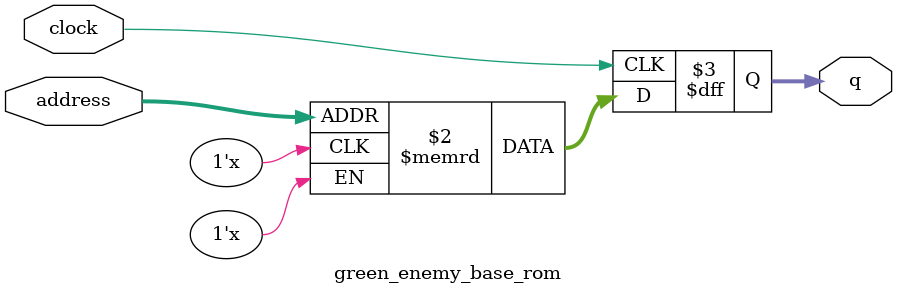
<source format=sv>
module green_enemy_base_rom (
	input logic clock,
	input logic [12:0] address,
	output logic [2:0] q
);

logic [2:0] memory [0:4607] /* synthesis ram_init_file = "./green_enemy_base/green_enemy_base.mif" */;

always_ff @ (posedge clock) begin
	q <= memory[address];
end

endmodule

</source>
